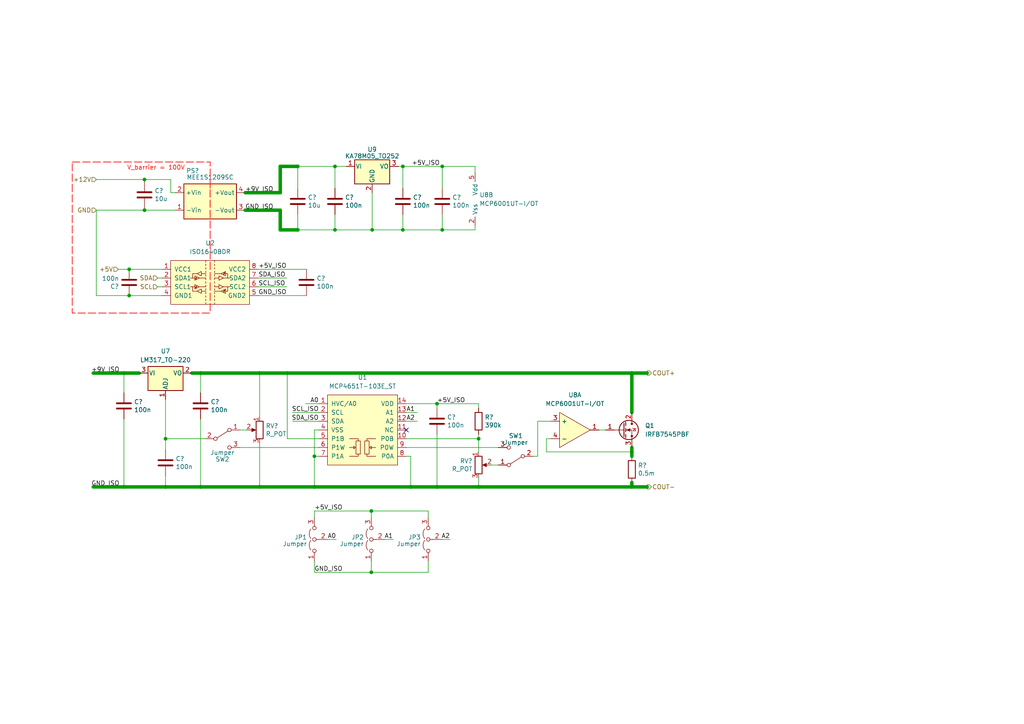
<source format=kicad_sch>
(kicad_sch (version 20230121) (generator eeschema)
  (paper "A4")
  (lib_symbols
    (symbol "Converter_DCDC:MEE1S1209SC"
      (property "Reference" "PS" (at -7.62 6.35 0))
      (property "Value" "MEE1S1209SC" (at 1.27 6.35 0))
      (symbol "MEE1S1209SC_0_0"
        (pin power_in line (at -10.16 -2.54 0) (length 2.54) (name "-Vin") (number "1"))
        (pin power_in line (at -10.16 2.54 0) (length 2.54) (name "+Vin") (number "2"))
        (pin power_out line (at 10.16 -2.54 180) (length 2.54) (name "-Vout") (number "3"))
        (pin power_out line (at 10.16 2.54 180) (length 2.54) (name "+Vout") (number "4"))
      )
      (symbol "MEE1S1209SC_0_1"
        (rectangle (start -7.62 5.08) (end 7.62 -5.08) (stroke (width 0.254)) (fill (type background)))
        (polyline (pts (xy 0 -2.54) (xy 0 -3.81)))
        (polyline (pts (xy 0 0) (xy 0 -1.27)))
        (polyline (pts (xy 0 2.54) (xy 0 1.27)))
        (polyline (pts (xy 0 5.08) (xy 0 3.81)))
      )
    )
    (symbol "Device:C" (pin_numbers hide) (pin_names (offset 0.254))
      (property "Reference" "C" (at 0.635 2.54 0))
      (property "Value" "C" (at 0.635 -2.54 0))
      (symbol "C_0_1"
        (polyline (pts (xy -2.032 -0.762) (xy 2.032 -0.762)) (stroke (width 0.508)))
        (polyline (pts (xy -2.032 0.762) (xy 2.032 0.762)) (stroke (width 0.508)))
      )
      (symbol "C_1_1"
        (pin passive line (at 0 3.81 270) (length 2.794) (name "~") (number "1"))
        (pin passive line (at 0 -3.81 90) (length 2.794) (name "~") (number "2"))
      )
    )
    (symbol "Device:R" (pin_numbers hide) (pin_names (offset 0))
      (property "Reference" "R" (at 2.032 0 90))
      (property "Value" "R" (at 0 0 90))
      (symbol "R_0_1"
        (rectangle (start -1.016 -2.54) (end 1.016 2.54) (stroke (width 0.254)))
      )
      (symbol "R_1_1"
        (pin passive line (at 0 3.81 270) (length 1.27) (name "~") (number "1"))
        (pin passive line (at 0 -3.81 90) (length 1.27) (name "~") (number "2"))
      )
    )
    (symbol "Device:R_POT" (pin_names (offset 1.016) hide)
      (property "Reference" "RV" (at -4.445 0 90))
      (property "Value" "Device_R_POT" (at -2.54 0 90))
      (symbol "R_POT_0_1"
        (polyline (pts (xy 2.54 0) (xy 1.524 0)))
        (polyline (pts (xy 1.143 0) (xy 2.286 0.508) (xy 2.286 -0.508) (xy 1.143 0)) (fill (type outline)))
        (rectangle (start 1.016 2.54) (end -1.016 -2.54) (stroke (width 0.254)))
      )
      (symbol "R_POT_1_1"
        (pin passive line (at 0 3.81 270) (length 1.27) (name "1") (number "1"))
        (pin passive line (at 3.81 0 180) (length 1.27) (name "2") (number "2"))
        (pin passive line (at 0 -3.81 90) (length 1.27) (name "3") (number "3"))
      )
    )
    (symbol "ISO1640BDR_1" (pin_names (offset 1.016))
      (property "Reference" "U" (at 0 10.16 0))
      (property "Value" "ISO1640BDR" (at 0 7.62 0))
      (symbol "ISO1640BDR_1_0_1"
        (rectangle (start -11.43 6.35) (end 11.43 -6.35) (fill (type background)))
        (polyline (pts (xy -5.715 1.27) (xy -4.445 1.27)))
        (polyline (pts (xy -4.191 1.143) (xy -4.064 1.016)))
        (polyline (pts (xy -4.064 1.397) (xy -3.81 1.397)))
        (polyline (pts (xy -3.175 -1.27) (xy -1.27 -1.27)))
        (polyline (pts (xy -3.175 1.27) (xy -1.27 1.27)))
        (polyline (pts (xy -1.27 5.334) (xy -1.27 4.826)))
        (polyline (pts (xy -1.27 6.35) (xy -1.27 5.842)))
        (polyline (pts (xy 3.175 -2.54) (xy 1.27 -2.54)))
        (polyline (pts (xy 3.175 2.54) (xy 1.27 2.54)))
        (polyline (pts (xy -5.08 -1.27) (xy -5.08 -2.54) (xy -3.81 -2.54)))
        (polyline (pts (xy -5.08 1.27) (xy -5.08 2.54) (xy -3.81 2.54)))
        (polyline (pts (xy -4.191 1.143) (xy -4.064 1.397) (xy -4.191 1.143)))
        (polyline (pts (xy -4.064 1.016) (xy -4.318 1.016) (xy -4.191 1.016)))
        (polyline (pts (xy -4.064 1.016) (xy -3.937 1.27) (xy -4.064 1.397)))
        (polyline (pts (xy 4.445 2.54) (xy 5.08 2.54) (xy 5.08 1.27)))
        (polyline (pts (xy 4.445 -2.54) (xy 5.08 -2.54) (xy 5.08 -1.27) (xy 5.08 -2.54)))
        (polyline (pts (xy -4.445 1.905) (xy -4.445 0.635) (xy -3.175 1.27) (xy -4.445 1.905) (xy -3.175 1.27)))
      )
      (symbol "ISO1640BDR_1_1_1"
        (polyline (pts (xy -5.715 -1.27) (xy -4.445 -1.27)))
        (polyline (pts (xy -4.191 -1.397) (xy -4.064 -1.524)))
        (polyline (pts (xy -4.064 -1.143) (xy -3.81 -1.143)))
        (polyline (pts (xy -1.27 -5.842) (xy -1.27 -6.35)))
        (polyline (pts (xy -1.27 -4.826) (xy -1.27 -5.334)))
        (polyline (pts (xy -1.27 -3.81) (xy -1.27 -4.318)))
        (polyline (pts (xy -1.27 -2.794) (xy -1.27 -3.302)))
        (polyline (pts (xy -1.27 -2.54) (xy -2.54 -2.54)))
        (polyline (pts (xy -1.27 -1.778) (xy -1.27 -2.286)))
        (polyline (pts (xy -1.27 -0.762) (xy -1.27 -1.27)))
        (polyline (pts (xy -1.27 0.254) (xy -1.27 -0.254)))
        (polyline (pts (xy -1.27 1.27) (xy -1.27 0.762)))
        (polyline (pts (xy -1.27 2.286) (xy -1.27 1.778)))
        (polyline (pts (xy -1.27 2.54) (xy -2.54 2.54)))
        (polyline (pts (xy -1.27 3.302) (xy -1.27 2.794)))
        (polyline (pts (xy -1.27 4.318) (xy -1.27 3.81)))
        (polyline (pts (xy 1.27 -5.842) (xy 1.27 -6.35)))
        (polyline (pts (xy 1.27 -4.826) (xy 1.27 -5.334)))
        (polyline (pts (xy 1.27 -3.81) (xy 1.27 -4.318)))
        (polyline (pts (xy 1.27 -2.794) (xy 1.27 -3.302)))
        (polyline (pts (xy 1.27 -1.778) (xy 1.27 -2.286)))
        (polyline (pts (xy 1.27 -1.27) (xy 2.54 -1.27)))
        (polyline (pts (xy 1.27 -0.762) (xy 1.27 -1.27)))
        (polyline (pts (xy 1.27 0.254) (xy 1.27 -0.254)))
        (polyline (pts (xy 1.27 1.27) (xy 1.27 0.762)))
        (polyline (pts (xy 1.27 1.27) (xy 2.54 1.27)))
        (polyline (pts (xy 1.27 2.286) (xy 1.27 1.778)))
        (polyline (pts (xy 1.27 3.302) (xy 1.27 2.794)))
        (polyline (pts (xy 1.27 4.318) (xy 1.27 3.81)))
        (polyline (pts (xy 1.27 5.334) (xy 1.27 4.826)))
        (polyline (pts (xy 1.27 6.35) (xy 1.27 5.842)))
        (polyline (pts (xy 3.81 -1.27) (xy 5.715 -1.27)))
        (polyline (pts (xy 3.81 1.27) (xy 5.715 1.27)))
        (polyline (pts (xy 4.064 -2.667) (xy 3.81 -2.667)))
        (polyline (pts (xy 4.064 2.413) (xy 3.81 2.413)))
        (polyline (pts (xy 4.191 -2.413) (xy 4.064 -2.286)))
        (polyline (pts (xy 4.191 2.667) (xy 4.064 2.794)))
        (polyline (pts (xy -4.191 -1.397) (xy -4.064 -1.143) (xy -4.191 -1.397)))
        (polyline (pts (xy -4.064 -1.524) (xy -4.318 -1.524) (xy -4.191 -1.524)))
        (polyline (pts (xy -4.064 -1.524) (xy -3.937 -1.27) (xy -4.064 -1.143)))
        (polyline (pts (xy 4.064 -2.286) (xy 3.937 -2.54) (xy 4.064 -2.667)))
        (polyline (pts (xy 4.064 -2.286) (xy 4.318 -2.286) (xy 4.191 -2.286)))
        (polyline (pts (xy 4.064 2.794) (xy 3.937 2.54) (xy 4.064 2.413)))
        (polyline (pts (xy 4.064 2.794) (xy 4.318 2.794) (xy 4.191 2.794)))
        (polyline (pts (xy 4.191 -2.413) (xy 4.064 -2.667) (xy 4.191 -2.413)))
        (polyline (pts (xy 4.191 2.667) (xy 4.064 2.413) (xy 4.191 2.667)))
        (polyline (pts (xy -4.445 -0.635) (xy -4.445 -1.905) (xy -3.175 -1.27) (xy -4.445 -0.635) (xy -3.175 -1.27)))
        (polyline (pts (xy -2.54 -3.175) (xy -2.54 -1.905) (xy -3.81 -2.54) (xy -2.54 -3.175) (xy -3.81 -2.54)))
        (polyline (pts (xy -2.54 1.905) (xy -2.54 3.175) (xy -3.81 2.54) (xy -2.54 1.905) (xy -3.81 2.54)))
        (polyline (pts (xy 2.54 -0.635) (xy 2.54 -1.905) (xy 3.81 -1.27) (xy 2.54 -0.635) (xy 3.81 -1.27)))
        (polyline (pts (xy 2.54 1.905) (xy 2.54 0.635) (xy 3.81 1.27) (xy 2.54 1.905) (xy 3.81 1.27)))
        (polyline (pts (xy 4.445 -3.175) (xy 4.445 -1.905) (xy 3.175 -2.54) (xy 4.445 -3.175) (xy 3.175 -2.54)))
        (polyline (pts (xy 4.445 1.905) (xy 4.445 3.175) (xy 3.175 2.54) (xy 4.445 1.905) (xy 3.175 2.54)))
        (pin power_in line (at -13.97 3.81 0) (length 2.54) (name "VCC1") (number "1"))
        (pin bidirectional line (at -13.97 1.27 0) (length 2.54) (name "SDA1") (number "2"))
        (pin bidirectional line (at -13.97 -1.27 0) (length 2.54) (name "SCL1") (number "3"))
        (pin power_out line (at -13.97 -3.81 0) (length 2.54) (name "GND1") (number "4"))
        (pin power_out line (at 13.97 -3.81 180) (length 2.54) (name "GND2") (number "5"))
        (pin bidirectional line (at 13.97 -1.27 180) (length 2.54) (name "SCL2") (number "6"))
        (pin bidirectional line (at 13.97 1.27 180) (length 2.54) (name "SDA2") (number "7"))
        (pin power_in line (at 13.97 3.81 180) (length 2.54) (name "VCC2") (number "8"))
      )
    )
    (symbol "Jumper:Jumper_3_Open" (pin_names (offset 0) hide)
      (property "Reference" "JP" (at -2.54 -2.54 0))
      (property "Value" "Jumper_3_Open" (at 0 2.794 0))
      (symbol "Jumper_3_Open_0_0"
        (circle (center -3.302 0) (radius 0.508))
        (circle (center 0 0) (radius 0.508))
        (circle (center 3.302 0) (radius 0.508))
      )
      (symbol "Jumper_3_Open_0_1"
        (arc (start -0.254 1.016) (mid -1.651 1.4992) (end -3.048 1.016))
        (polyline (pts (xy 0 -0.508) (xy 0 -1.27)))
        (arc (start 3.048 1.016) (mid 1.651 1.4992) (end 0.254 1.016))
      )
      (symbol "Jumper_3_Open_1_1"
        (pin passive line (at -6.35 0 0) (length 2.54) (name "A") (number "1"))
        (pin passive line (at 0 -3.81 90) (length 2.54) (name "C") (number "2"))
        (pin passive line (at 6.35 0 180) (length 2.54) (name "B") (number "3"))
      )
    )
    (symbol "MCP6001UT-I/OT_1"
      (property "Reference" "U" (at 0 10.16 0))
      (property "Value" "MCP6001UT-I/OT" (at 0 7.62 0))
      (symbol "MCP6001UT-I/OT_1_1_1"
        (polyline (pts (xy -3.81 -5.08) (xy -3.81 5.08) (xy 5.08 0) (xy -3.81 -5.08)) (fill (type background)))
        (pin input line (at 7.62 0 180) (length 2.54) (name "") (number "1"))
        (pin input line (at -6.35 2.54 0) (length 2.54) (name "+") (number "3"))
        (pin input line (at -6.35 -2.54 0) (length 2.54) (name "-") (number "4"))
      )
      (symbol "MCP6001UT-I/OT_1_2_1"
        (pin power_out line (at 0 -7.62 90) (length 2.54) (name "Vss") (number "2"))
        (pin power_in line (at 0 7.62 270) (length 2.54) (name "Vdd") (number "5"))
      )
    )
    (symbol "PR7 Custom:IRFB7545PBF"
      (property "Reference" "Q" (at 3.81 0 0))
      (property "Value" "IRFB7545PBF" (at 0 0 0))
      (symbol "IRFB7545PBF_0_1"
        (circle (center -0.889 0) (radius 2.794) (stroke (width 0.254)))
        (circle (center 0 -1.778) (radius 0.254) (fill (type outline)))
        (polyline (pts (xy -2.286 0) (xy -5.08 0)))
        (polyline (pts (xy -2.286 1.905) (xy -2.286 -1.905)) (stroke (width 0.254)))
        (polyline (pts (xy -1.778 -1.27) (xy -1.778 -2.286)) (stroke (width 0.254)))
        (polyline (pts (xy -1.778 0.508) (xy -1.778 -0.508)) (stroke (width 0.254)))
        (polyline (pts (xy -1.778 2.286) (xy -1.778 1.27)) (stroke (width 0.254)))
        (polyline (pts (xy 0 2.54) (xy 0 1.778)))
        (polyline (pts (xy 0 -2.54) (xy 0 0) (xy -1.778 0)))
        (circle (center 0 1.778) (radius 0.254) (fill (type outline)))
      )
      (symbol "IRFB7545PBF_1_1"
        (polyline (pts (xy -1.524 0) (xy -0.508 0.381) (xy -0.508 -0.381) (xy -1.524 0)) (fill (type outline)))
        (polyline (pts (xy 0.254 0.508) (xy 0.381 0.381) (xy 1.143 0.381) (xy 1.27 0.254)))
        (polyline (pts (xy 0.762 0.381) (xy 0.381 -0.254) (xy 1.143 -0.254) (xy 0.762 0.381)))
        (pin input line (at -7.62 0 0) (length 2.54) (name "") (number "1"))
        (pin passive line (at 0 5.08 270) (length 2.54) (name "") (number "2"))
        (pin passive line (at 0 -5.08 90) (length 2.54) (name "") (number "3"))
        (pin passive line (at 0 5.08 270) (length 2.54) hide (name "D") (number "7"))
      )
    )
    (symbol "PR7 Custom:MCP4651T-103E_ST" (pin_names (offset 1.016))
      (property "Reference" "U" (at 0 13.97 0))
      (property "Value" "MCP4651T-103E_ST" (at 0 11.43 0))
      (symbol "MCP4651T-103E_ST_0_1"
        (rectangle (start -10.16 10.16) (end 10.16 -10.16) (fill (type background)))
        (rectangle (start -1.905 -3.175) (end -0.635 -6.985))
        (polyline (pts (xy -3.81 -7.62) (xy -1.27 -7.62)))
        (polyline (pts (xy -3.81 -5.08) (xy -2.54 -5.08)))
        (polyline (pts (xy -3.81 -2.54) (xy -1.27 -2.54)))
        (polyline (pts (xy -1.27 -7.62) (xy -1.27 -6.985)))
        (polyline (pts (xy -1.27 -2.54) (xy -1.27 -3.175)))
        (polyline (pts (xy -2.54 -4.699) (xy -2.54 -5.461) (xy -2.032 -5.08) (xy -2.54 -4.699)))
      )
      (symbol "MCP4651T-103E_ST_1_1"
        (polyline (pts (xy 1.27 -7.62) (xy 1.27 -6.985)))
        (polyline (pts (xy 1.27 -2.54) (xy 1.27 -3.175)))
        (polyline (pts (xy 3.81 -7.62) (xy 1.27 -7.62)))
        (polyline (pts (xy 3.81 -5.08) (xy 2.54 -5.08)))
        (polyline (pts (xy 3.81 -2.54) (xy 1.27 -2.54)))
        (polyline (pts (xy 2.54 -5.461) (xy 2.54 -4.699) (xy 2.032 -5.08) (xy 2.54 -5.461)))
        (rectangle (start 1.905 -6.985) (end 0.635 -3.175))
        (pin bidirectional line (at -12.7 7.62 0) (length 2.54) (name "HVC/A0") (number "1"))
        (pin bidirectional line (at 12.7 -2.54 180) (length 2.54) (name "P0B") (number "10"))
        (pin no_connect line (at 12.7 0 180) (length 2.54) (name "NC") (number "11"))
        (pin bidirectional line (at 12.7 2.54 180) (length 2.54) (name "A2") (number "12"))
        (pin bidirectional line (at 12.7 5.08 180) (length 2.54) (name "A1") (number "13"))
        (pin power_out line (at 12.7 7.62 180) (length 2.54) (name "VDD") (number "14"))
        (pin bidirectional line (at -12.7 5.08 0) (length 2.54) (name "SCL") (number "2"))
        (pin bidirectional line (at -12.7 2.54 0) (length 2.54) (name "SDA") (number "3"))
        (pin power_in line (at -12.7 0 0) (length 2.54) (name "VSS") (number "4"))
        (pin bidirectional line (at -12.7 -2.54 0) (length 2.54) (name "P1B") (number "5"))
        (pin bidirectional line (at -12.7 -5.08 0) (length 2.54) (name "P1W") (number "6"))
        (pin bidirectional line (at -12.7 -7.62 0) (length 2.54) (name "P1A") (number "7"))
        (pin bidirectional line (at 12.7 -7.62 180) (length 2.54) (name "P0A") (number "8"))
        (pin bidirectional line (at 12.7 -5.08 180) (length 2.54) (name "P0W") (number "9"))
      )
    )
    (symbol "Regulator_Linear:KA78M05_TO252" (pin_names (offset 0.254))
      (property "Reference" "U" (at -3.81 3.175 0))
      (property "Value" "KA78M05_TO252" (at 0 3.175 0))
      (symbol "KA78M05_TO252_0_1"
        (rectangle (start -5.08 1.905) (end 5.08 -5.08) (stroke (width 0.254)) (fill (type background)))
      )
      (symbol "KA78M05_TO252_1_1"
        (pin power_in line (at -7.62 0 0) (length 2.54) (name "VI") (number "1"))
        (pin power_in line (at 0 -7.62 90) (length 2.54) (name "GND") (number "2"))
        (pin power_out line (at 7.62 0 180) (length 2.54) (name "VO") (number "3"))
      )
    )
    (symbol "Regulator_Linear:LM317_TO-220" (pin_names (offset 0.254))
      (property "Reference" "U" (at -3.81 3.175 0))
      (property "Value" "LM317_TO-220" (at 0 3.175 0))
      (symbol "LM317_TO-220_0_1"
        (rectangle (start -5.08 1.905) (end 5.08 -5.08) (stroke (width 0.254)) (fill (type background)))
      )
      (symbol "LM317_TO-220_1_1"
        (pin input line (at 0 -7.62 90) (length 2.54) (name "ADJ") (number "1"))
        (pin power_out line (at 7.62 0 180) (length 2.54) (name "VO") (number "2"))
        (pin power_in line (at -7.62 0 0) (length 2.54) (name "VI") (number "3"))
      )
    )
    (symbol "Switch:SW_SPDT" (pin_names (offset 0) hide)
      (property "Reference" "SW" (at 0 4.318 0))
      (property "Value" "SW_SPDT" (at 0 -5.08 0))
      (symbol "SW_SPDT_0_0"
        (circle (center -2.032 0) (radius 0.508))
        (circle (center 2.032 -2.54) (radius 0.508))
      )
      (symbol "SW_SPDT_0_1"
        (polyline (pts (xy -1.524 0.254) (xy 1.651 2.286)))
        (circle (center 2.032 2.54) (radius 0.508))
      )
      (symbol "SW_SPDT_1_1"
        (pin passive line (at 5.08 2.54 180) (length 2.54) (name "A") (number "1"))
        (pin passive line (at -5.08 0 0) (length 2.54) (name "B") (number "2"))
        (pin passive line (at 5.08 -2.54 180) (length 2.54) (name "C") (number "3"))
      )
    )
  )
  (junction (at 97.155 48.26))
  (junction (at 48.006 127.254))
  (junction (at 58.166 141.224))
  (junction (at 126.746 117.094))
  (junction (at 35.941 141.224))
  (junction (at 48.006 141.224))
  (junction (at 58.166 108.204))
  (junction (at 107.696 148.209))
  (junction (at 138.811 141.224))
  (junction (at 75.311 141.224))
  (junction (at 75.311 108.204))
  (junction (at 91.186 141.224))
  (junction (at 41.91 60.96))
  (junction (at 37.465 85.725))
  (junction (at 116.84 48.26))
  (junction (at 128.27 48.26))
  (junction (at 107.95 66.675))
  (junction (at 116.84 66.675))
  (junction (at 183.261 141.224))
  (junction (at 41.91 52.07))
  (junction (at 138.811 127.254))
  (junction (at 35.941 108.204))
  (junction (at 183.261 131.064))
  (junction (at 183.261 108.204))
  (junction (at 119.126 141.224))
  (junction (at 37.465 78.105))
  (junction (at 91.186 132.334))
  (junction (at 83.312 108.204))
  (junction (at 86.36 66.675))
  (junction (at 86.36 48.26))
  (junction (at 126.746 141.224))
  (junction (at 107.696 165.989))
  (junction (at 128.27 66.675))
  (junction (at 97.155 66.675))
  (no_connect (at 117.856 124.714))
  (wire (pts (xy 59.436 127.254) (xy 48.006 127.254)))
  (wire (pts (xy 138.811 125.984) (xy 138.811 127.254)))
  (wire (pts (xy 111.506 156.464) (xy 114.046 156.464)))
  (wire (pts (xy 55.626 108.204) (xy 58.166 108.204)) (stroke (width 1)))
  (wire (pts (xy 84.836 119.634) (xy 92.456 119.634)))
  (wire (pts (xy 91.186 165.989) (xy 107.696 165.989)))
  (wire (pts (xy 41.91 60.325) (xy 41.91 60.96)))
  (wire (pts (xy 107.696 148.209) (xy 124.206 148.209)))
  (wire (pts (xy 107.696 148.209) (xy 107.696 150.114)))
  (wire (pts (xy 124.206 148.209) (xy 124.206 150.114)))
  (wire (pts (xy 91.186 141.224) (xy 119.126 141.224)) (stroke (width 1)))
  (wire (pts (xy 74.93 80.645) (xy 83.185 80.645)))
  (wire (pts (xy 137.795 48.26) (xy 137.795 50.165)))
  (wire (pts (xy 128.27 66.675) (xy 137.795 66.675)))
  (wire (pts (xy 97.155 66.675) (xy 107.95 66.675)))
  (wire (pts (xy 119.126 141.224) (xy 126.746 141.224)) (stroke (width 1)))
  (wire (pts (xy 124.206 165.989) (xy 124.206 162.814)))
  (wire (pts (xy 183.261 141.224) (xy 187.706 141.224)) (stroke (width 1)))
  (wire (pts (xy 183.261 119.634) (xy 183.261 108.204)) (stroke (width 1)))
  (wire (pts (xy 183.261 129.794) (xy 183.261 131.064)) (stroke (width 1)))
  (wire (pts (xy 128.016 156.464) (xy 130.556 156.464)))
  (wire (pts (xy 35.941 108.204) (xy 40.386 108.204)) (stroke (width 1)))
  (wire (pts (xy 142.621 134.874) (xy 144.526 134.874)))
  (wire (pts (xy 75.311 108.204) (xy 83.312 108.204)) (stroke (width 1)))
  (wire (pts (xy 75.311 128.524) (xy 75.311 141.224)))
  (wire (pts (xy 81.28 66.675) (xy 86.36 66.675)) (stroke (width 1)))
  (wire (pts (xy 107.696 162.814) (xy 107.696 165.989)))
  (wire (pts (xy 91.186 132.334) (xy 91.186 141.224)))
  (wire (pts (xy 35.941 141.224) (xy 48.006 141.224)) (stroke (width 1)))
  (wire (pts (xy 159.766 127.254) (xy 158.496 127.254)))
  (wire (pts (xy 27.94 52.07) (xy 41.91 52.07)))
  (wire (pts (xy 116.84 66.675) (xy 107.95 66.675)))
  (wire (pts (xy 41.91 52.07) (xy 49.53 52.07)))
  (wire (pts (xy 116.84 62.23) (xy 116.84 66.675)))
  (wire (pts (xy 81.28 48.26) (xy 81.28 55.88)) (stroke (width 1)))
  (wire (pts (xy 183.261 131.064) (xy 183.261 132.334)) (stroke (width 1)))
  (wire (pts (xy 88.646 117.094) (xy 92.456 117.094)))
  (wire (pts (xy 48.006 127.254) (xy 48.006 130.429)))
  (wire (pts (xy 48.006 115.824) (xy 48.006 127.254)))
  (wire (pts (xy 97.155 48.26) (xy 100.33 48.26)))
  (wire (pts (xy 74.93 78.105) (xy 88.9 78.105)))
  (wire (pts (xy 117.856 117.094) (xy 126.746 117.094)))
  (wire (pts (xy 74.93 85.725) (xy 88.9 85.725)))
  (wire (pts (xy 58.166 141.224) (xy 75.311 141.224)) (stroke (width 1)))
  (wire (pts (xy 107.696 165.989) (xy 124.206 165.989)))
  (wire (pts (xy 86.36 62.23) (xy 86.36 66.675)))
  (wire (pts (xy 126.746 117.094) (xy 126.746 118.364)))
  (wire (pts (xy 45.72 83.185) (xy 46.99 83.185)))
  (wire (pts (xy 83.312 127.254) (xy 83.312 108.204)))
  (wire (pts (xy 117.856 119.634) (xy 121.031 119.634)))
  (wire (pts (xy 41.91 52.705) (xy 41.91 52.07)))
  (wire (pts (xy 92.456 124.714) (xy 91.186 124.714)))
  (wire (pts (xy 49.53 55.88) (xy 50.8 55.88)))
  (wire (pts (xy 97.155 62.23) (xy 97.155 66.675)))
  (wire (pts (xy 138.811 141.224) (xy 183.261 141.224)) (stroke (width 1)))
  (wire (pts (xy 137.795 65.405) (xy 137.795 66.675)))
  (wire (pts (xy 41.91 60.96) (xy 50.8 60.96)))
  (wire (pts (xy 35.941 108.204) (xy 35.941 113.919)))
  (wire (pts (xy 107.95 55.88) (xy 107.95 66.675)))
  (wire (pts (xy 92.456 127.254) (xy 83.312 127.254)))
  (wire (pts (xy 58.166 121.539) (xy 58.166 141.224)))
  (wire (pts (xy 117.856 129.794) (xy 144.526 129.794)))
  (wire (pts (xy 119.126 132.334) (xy 117.856 132.334)))
  (wire (pts (xy 128.27 62.23) (xy 128.27 66.675)))
  (wire (pts (xy 126.746 141.224) (xy 138.811 141.224)) (stroke (width 1)))
  (wire (pts (xy 37.465 78.105) (xy 46.99 78.105)))
  (wire (pts (xy 116.84 48.26) (xy 116.84 54.61)))
  (wire (pts (xy 84.836 122.174) (xy 92.456 122.174)))
  (wire (pts (xy 116.84 48.26) (xy 128.27 48.26)))
  (wire (pts (xy 45.72 80.645) (xy 46.99 80.645)))
  (wire (pts (xy 49.53 52.07) (xy 49.53 55.88)))
  (wire (pts (xy 74.93 83.185) (xy 83.185 83.185)))
  (wire (pts (xy 37.465 85.725) (xy 27.94 85.725)))
  (wire (pts (xy 115.57 48.26) (xy 116.84 48.26)))
  (wire (pts (xy 75.311 108.204) (xy 75.311 120.904)))
  (wire (pts (xy 128.27 48.26) (xy 137.795 48.26)))
  (wire (pts (xy 27.051 108.204) (xy 35.941 108.204)) (stroke (width 1)))
  (wire (pts (xy 117.856 122.174) (xy 121.031 122.174)))
  (wire (pts (xy 173.736 124.714) (xy 175.641 124.714)))
  (wire (pts (xy 155.956 132.334) (xy 155.956 122.174)))
  (wire (pts (xy 183.261 139.954) (xy 183.261 141.224)) (stroke (width 1)))
  (wire (pts (xy 97.155 48.26) (xy 97.155 54.61)))
  (wire (pts (xy 117.856 127.254) (xy 138.811 127.254)))
  (wire (pts (xy 154.686 132.334) (xy 155.956 132.334)))
  (wire (pts (xy 155.956 122.174) (xy 159.766 122.174)))
  (wire (pts (xy 86.36 48.26) (xy 86.36 54.61)))
  (wire (pts (xy 158.496 127.254) (xy 158.496 131.064)))
  (wire (pts (xy 126.746 125.984) (xy 126.746 141.224)))
  (wire (pts (xy 91.186 132.334) (xy 92.456 132.334)))
  (wire (pts (xy 35.941 121.539) (xy 35.941 141.224)))
  (wire (pts (xy 58.166 108.204) (xy 75.311 108.204)) (stroke (width 1)))
  (wire (pts (xy 81.28 55.88) (xy 71.12 55.88)) (stroke (width 1)))
  (wire (pts (xy 27.94 60.96) (xy 41.91 60.96)))
  (wire (pts (xy 86.36 48.26) (xy 97.155 48.26)))
  (wire (pts (xy 27.051 141.224) (xy 35.941 141.224)) (stroke (width 1)))
  (wire (pts (xy 183.261 108.204) (xy 187.706 108.204)) (stroke (width 1)))
  (wire (pts (xy 91.186 148.209) (xy 107.696 148.209)))
  (wire (pts (xy 83.312 108.204) (xy 183.261 108.204)) (stroke (width 1)))
  (wire (pts (xy 81.28 60.96) (xy 81.28 66.675)) (stroke (width 1)))
  (wire (pts (xy 58.166 108.204) (xy 58.166 113.919)))
  (wire (pts (xy 69.596 129.794) (xy 92.456 129.794)))
  (wire (pts (xy 138.811 117.094) (xy 138.811 118.364)))
  (wire (pts (xy 119.126 132.334) (xy 119.126 141.224)))
  (wire (pts (xy 37.465 85.725) (xy 46.99 85.725)))
  (wire (pts (xy 94.996 156.464) (xy 97.536 156.464)))
  (wire (pts (xy 34.29 78.105) (xy 37.465 78.105)))
  (wire (pts (xy 138.811 127.254) (xy 138.811 131.064)))
  (wire (pts (xy 83.312 108.204) (xy 84.836 108.204)))
  (wire (pts (xy 48.006 138.049) (xy 48.006 141.224)))
  (wire (pts (xy 81.28 48.26) (xy 86.36 48.26)) (stroke (width 1)))
  (wire (pts (xy 86.36 66.675) (xy 97.155 66.675)))
  (wire (pts (xy 116.84 66.675) (xy 128.27 66.675)))
  (wire (pts (xy 75.311 141.224) (xy 91.186 141.224)) (stroke (width 1)))
  (wire (pts (xy 126.746 117.094) (xy 138.811 117.094)))
  (wire (pts (xy 69.596 124.714) (xy 71.501 124.714)))
  (wire (pts (xy 91.186 162.814) (xy 91.186 165.989)))
  (wire (pts (xy 71.12 60.96) (xy 81.28 60.96)) (stroke (width 1)))
  (wire (pts (xy 27.94 85.725) (xy 27.94 60.96)))
  (wire (pts (xy 91.186 124.714) (xy 91.186 132.334)))
  (wire (pts (xy 138.811 138.684) (xy 138.811 141.224)))
  (wire (pts (xy 91.186 148.209) (xy 91.186 150.114)))
  (wire (pts (xy 128.27 48.26) (xy 128.27 54.61)))
  (wire (pts (xy 158.496 131.064) (xy 183.261 131.064)))
  (wire (pts (xy 48.006 141.224) (xy 58.166 141.224)) (stroke (width 1)))
  (rectangle (start 20.955 46.99) (end 60.96 90.805) (stroke (width 0.2) (type dash) (color 255 0 0 1)))
  (text "V_barrier = 100V" (at 36.83 49.53 0) (effects (font (size 1.27 1.27)) (justify left bottom)))
  (label "+5V_ISO" (at 119.38 48.26 0))
  (label "A0" (at 94.996 156.464 0))
  (label "+5V_ISO" (at 91.186 148.209 0))
  (label "GND_ISO" (at 74.93 85.725 0))
  (label "GND_ISO" (at 91.186 165.989 0))
  (label "A0" (at 92.456 117.094 180))
  (label "A1" (at 111.506 156.464 0))
  (label "A2" (at 128.016 156.464 0))
  (label "A2" (at 117.856 122.174 0))
  (label "A1" (at 117.856 119.634 0))
  (label "GND_ISO" (at 71.12 60.96 0))
  (label "SDA_ISO" (at 74.93 80.645 0))
  (label "+9V_ISO" (at 71.12 55.88 0))
  (label "SCL_ISO" (at 74.93 83.185 0))
  (label "+5V_ISO" (at 126.746 117.094 0))
  (label "GND_ISO" (at 34.671 141.224 180))
  (label "SDA_ISO" (at 92.456 122.174 180))
  (label "+9V_ISO" (at 34.671 108.204 180))
  (label "+5V_ISO" (at 74.93 78.105 0))
  (label "SCL_ISO" (at 92.456 119.634 180))
  (hierarchical_label "+12V" (shape input) (at 27.94 52.07 180))
  (hierarchical_label "COUT+" (shape output) (at 187.706 108.204 0))
  (hierarchical_label "COUT-" (shape output) (at 187.706 141.224 0))
  (hierarchical_label "SDA" (shape input) (at 45.72 80.645 180))
  (hierarchical_label "GND" (shape input) (at 27.94 60.96 180))
  (hierarchical_label "+5V" (shape input) (at 34.29 78.105 180))
  (hierarchical_label "SCL" (shape input) (at 45.72 83.185 180))
  (symbol (lib_id "Device:C") (at 37.465 81.915 180) (unit 1)
    (property "Reference" "C?" (at 34.544 83.0834 0) (effects (justify left)))
    (property "Value" "100n" (at 34.544 80.772 0) (effects (justify left)))
    (property "Footprint" "Capacitor_SMD:C_0805_2012Metric" (effects hide))
    (instances (project "Battery_Emulator" (path "" (reference "C?") (unit 1)) (path "" (reference "C18") (unit 1))))
  )
  (symbol (lib_id "Device:C") (at 88.9 81.915 0) (unit 1)
    (property "Reference" "C?" (at 91.821 80.7466 0) (effects (justify left)))
    (property "Value" "100n" (at 91.821 83.058 0) (effects (justify left)))
    (property "Footprint" "Capacitor_SMD:C_0805_2012Metric" (effects hide))
    (instances (project "Battery_Emulator" (path "" (reference "C?") (unit 1)) (path "" (reference "C15") (unit 1))))
  )
  (symbol (lib_id "Device:C") (at 86.36 58.42 0) (unit 1)
    (property "Reference" "C?" (at 89.281 57.2516 0) (effects (justify left)))
    (property "Value" "10u" (at 89.281 59.563 0) (effects (justify left)))
    (property "Footprint" "Capacitor_SMD:C_0805_2012Metric" (effects hide))
    (property "Datasheet" "https://nl.mouser.com/ProductDetail/Samsung-Electro-Mechanics/CL21B106KOQNFNE?qs=sGAEpiMZZMvsSlwiRhF8qtsGU%2FCnaNeQ0%2F%252Bxo5Hzglmfy9VJLF06Qw%3D%3D" (effects hide))
    (instances (project "Battery_Emulator" (path "" (reference "C?") (unit 1)) (path "" (reference "C16") (unit 1))))
  )
  (symbol (lib_id "Device:C") (at 35.941 117.729 0) (unit 1)
    (property "Reference" "C?" (at 38.862 116.5606 0) (effects (justify left)))
    (property "Value" "100n" (at 38.862 118.872 0) (effects (justify left)))
    (property "Footprint" "Capacitor_SMD:C_0805_2012Metric" (effects hide))
    (instances (project "Battery_Emulator" (path "" (reference "C?") (unit 1)) (path "" (reference "C6") (unit 1))))
  )
  (symbol (lib_id "Switch:SW_SPDT") (at 149.606 132.334 180) (unit 1)
    (property "Reference" "SW1" (at 149.606 126.4031 0))
    (property "Value" "Jumper" (at 149.606 128.3241 0))
    (property "Footprint" "Jumper:SolderJumper-3_P1.3mm_Open_Pad1.0x1.5mm" (effects hide))
  )
  (symbol (lib_id "Device:R_POT") (at 138.811 134.874 0) (unit 1)
    (property "Reference" "RV?" (at 137.0584 133.7056 0) (effects (justify right)))
    (property "Value" "R_POT" (at 137.0584 136.017 0) (effects (justify right)))
    (property "Footprint" "Connector_PinHeader_2.54mm:PinHeader_1x03_P2.54mm_Vertical" (effects hide))
    (property "Datasheet" "https://nl.mouser.com/ProductDetail/Bourns/PTA3043-2010CIB102?qs=h2IHEVivlqABjHDuBA6rbg%3D%3D" (effects hide))
    (instances (project "Battery_Emulator" (path "" (reference "RV?") (unit 1)) (path "" (reference "RV4") (unit 1))))
  )
  (symbol (lib_id "Regulator_Linear:LM317_TO-220") (at 48.006 108.204 0) (unit 1)
    (property "Reference" "U7" (at 48.006 101.854 0))
    (property "Value" "LM317_TO-220" (at 48.006 104.394 0))
    (property "Footprint" "Package_TO_SOT_THT:TO-220-3_Horizontal_TabUp" (effects hide))
    (property "Datasheet" "http://www.ti.com/lit/ds/symlink/lm317.pdf" (effects hide))
  )
  (symbol (lib_name "MCP6001UT-I/OT_1") (lib_id "PR7 Custom:MCP6001UT-I/OT") (at 166.116 124.714 0) (unit 1)
    (property "Reference" "U8" (at 166.751 114.554 0))
    (property "Value" "MCP6001UT-I/OT" (at 166.751 117.094 0))
    (property "Footprint" "Package_TO_SOT_SMD:SOT-23-5" (effects hide))
    (property "Datasheet" "https://nl.mouser.com/ProductDetail/Microchip-Technology/MCP6001UT-I-OT?qs=Sez7gRs8XSU2iw24kVuIOw%3D%3D" (effects hide))
  )
  (symbol (lib_id "Device:R") (at 183.261 136.144 0) (unit 1)
    (property "Reference" "R?" (at 185.039 134.9756 0) (effects (justify left)))
    (property "Value" "0.5m" (at 185.039 137.287 0) (effects (justify left)))
    (property "Footprint" "Resistor_SMD:R_2512_6332Metric" (effects hide))
    (property "Datasheet" "https://nl.mouser.com/ProductDetail/Ohmite/PCS2512FR0050ET?qs=sGAEpiMZZMtlleCFQhR%2FzRH%2FPnzm6Qg0HsYmtkKDwHfIXEJ4ch5rIQ%3D%3D" (effects hide))
    (instances (project "Battery_Emulator" (path "" (reference "R?") (unit 1)) (path "" (reference "R2") (unit 1))))
  )
  (symbol (lib_id "Device:C") (at 48.006 134.239 0) (unit 1)
    (property "Reference" "C?" (at 50.927 133.0706 0) (effects (justify left)))
    (property "Value" "100n" (at 50.927 135.382 0) (effects (justify left)))
    (property "Footprint" "Capacitor_SMD:C_0805_2012Metric" (effects hide))
    (instances (project "Battery_Emulator" (path "" (reference "C?") (unit 1)) (path "" (reference "C3") (unit 1))))
  )
  (symbol (lib_name "ISO1640BDR_1") (lib_id "PR7 Custom:ISO1640BDR") (at 60.96 81.915 0) (unit 1)
    (property "Reference" "U2" (at 60.96 70.485 0))
    (property "Value" "ISO1640BDR" (at 60.96 73.025 0))
    (property "Footprint" "Package_SO:SO-8_3.9x4.9mm_P1.27mm" (effects hide))
    (property "Datasheet" "https://nl.mouser.com/ProductDetail/Texas-Instruments/ISO1640BDR?qs=eP2BKZSCXI7LW%252Bgt82AzLA%3D%3D" (effects hide))
  )
  (symbol (lib_id "Device:C") (at 58.166 117.729 0) (unit 1)
    (property "Reference" "C?" (at 61.087 116.5606 0) (effects (justify left)))
    (property "Value" "100n" (at 61.087 118.872 0) (effects (justify left)))
    (property "Footprint" "Capacitor_SMD:C_0805_2012Metric" (effects hide))
    (instances (project "Battery_Emulator" (path "" (reference "C?") (unit 1)) (path "" (reference "C7") (unit 1))))
  )
  (symbol (lib_id "Regulator_Linear:KA78M05_TO252") (at 107.95 48.26 0) (unit 1)
    (property "Reference" "U9" (at 107.95 43.3451 0))
    (property "Value" "KA78M05_TO252" (at 107.95 45.2661 0))
    (property "Footprint" "Package_TO_SOT_SMD:TO-252-2" (effects hide))
    (property "Datasheet" "https://www.onsemi.com/pub/Collateral/MC78M00-D.PDF" (effects hide))
    (instances (project "Battery_Emulator" (path "" (reference "U9") (unit 1)) (path "" (reference "U5") (unit 1))))
  )
  (symbol (lib_id "PR7 Custom:MCP4651T-103E_ST") (at 105.156 124.714 0) (unit 1)
    (property "Reference" "U1" (at 105.156 109.474 0))
    (property "Value" "MCP4651T-103E_ST" (at 105.156 112.014 0))
    (property "Footprint" "Package_SO:TSSOP-14_4.4x5mm_P0.65mm" (effects hide))
    (property "Datasheet" "https://nl.mouser.com/ProductDetail/Microchip-Technology/MCP4651T-103E-ST?qs=hH%252BOa0VZEiCh2%252BQXXFEo3w%3D%3D" (effects hide))
  )
  (symbol (lib_id "Device:C") (at 41.91 56.515 0) (unit 1)
    (property "Reference" "C?" (at 44.831 55.3466 0) (effects (justify left)))
    (property "Value" "10u" (at 44.831 57.658 0) (effects (justify left)))
    (property "Footprint" "Capacitor_SMD:C_0805_2012Metric" (effects hide))
    (property "Datasheet" "https://nl.mouser.com/ProductDetail/Samsung-Electro-Mechanics/CL21B106KOQNFNE?qs=sGAEpiMZZMvsSlwiRhF8qtsGU%2FCnaNeQ0%2F%252Bxo5Hzglmfy9VJLF06Qw%3D%3D" (effects hide))
    (instances (project "Battery_Emulator" (path "" (reference "C?") (unit 1)) (path "" (reference "C17") (unit 1))))
  )
  (symbol (lib_id "Jumper:Jumper_3_Open") (at 124.206 156.464 90) (unit 1)
    (property "Reference" "JP3" (at 122.0719 155.8203 90) (effects (justify left)))
    (property "Value" "Jumper" (at 122.0719 157.7413 90) (effects (justify left)))
    (property "Footprint" "Jumper:SolderJumper-3_P1.3mm_Open_Pad1.0x1.5mm_NumberLabels" (effects hide))
  )
  (symbol (lib_id "Device:R_POT") (at 75.311 124.714 0) (mirror y) (unit 1)
    (property "Reference" "RV?" (at 77.0636 123.5456 0) (effects (justify right)))
    (property "Value" "R_POT" (at 77.0636 125.857 0) (effects (justify right)))
    (property "Footprint" "Connector_PinHeader_2.54mm:PinHeader_1x03_P2.54mm_Vertical" (effects hide))
    (property "Datasheet" "https://nl.mouser.com/ProductDetail/Bourns/PTA3043-2010CIB102?qs=h2IHEVivlqABjHDuBA6rbg%3D%3D" (effects hide))
    (instances (project "Battery_Emulator" (path "" (reference "RV?") (unit 1)) (path "" (reference "RV3") (unit 1))))
  )
  (symbol (lib_id "Device:C") (at 128.27 58.42 0) (unit 1)
    (property "Reference" "C?" (at 131.191 57.2516 0) (effects (justify left)))
    (property "Value" "100n" (at 131.191 59.563 0) (effects (justify left)))
    (property "Footprint" "Capacitor_SMD:C_0805_2012Metric" (effects hide))
    (instances (project "Battery_Emulator" (path "" (reference "C?") (unit 1)) (path "" (reference "C20") (unit 1))))
  )
  (symbol (lib_id "Converter_DCDC:MEE1S1209SC") (at 60.96 58.42 0) (unit 1)
    (property "Reference" "PS?" (at 55.88 49.53 0))
    (property "Value" "MEE1S1209SC" (at 60.96 51.4096 0))
    (property "Footprint" "Converter_DCDC:Converter_DCDC_Murata_MEE1SxxxxSC_THT" (effects hide))
    (property "Datasheet" "https://power.murata.com/pub/data/power/ncl/kdc_mee1.pdf" (effects hide))
    (instances (project "Battery_Emulator" (path "" (reference "PS?") (unit 1)) (path "" (reference "PS1") (unit 1))))
  )
  (symbol (lib_id "Device:R") (at 138.811 122.174 0) (unit 1)
    (property "Reference" "R?" (at 140.589 121.0056 0) (effects (justify left)))
    (property "Value" "390k" (at 140.589 123.317 0) (effects (justify left)))
    (property "Footprint" "Resistor_SMD:R_0805_2012Metric" (effects hide))
    (instances (project "Battery_Emulator" (path "" (reference "R?") (unit 1)) (path "" (reference "R1") (unit 1))))
  )
  (symbol (lib_id "Device:C") (at 126.746 122.174 0) (unit 1)
    (property "Reference" "C?" (at 129.667 121.0056 0) (effects (justify left)))
    (property "Value" "100n" (at 129.667 123.317 0) (effects (justify left)))
    (property "Footprint" "Capacitor_SMD:C_0805_2012Metric" (effects hide))
    (instances (project "Battery_Emulator" (path "" (reference "C?") (unit 1)) (path "" (reference "C19") (unit 1))))
  )
  (symbol (lib_id "Jumper:Jumper_3_Open") (at 91.186 156.464 90) (unit 1)
    (property "Reference" "JP1" (at 89.0519 155.8203 90) (effects (justify left)))
    (property "Value" "Jumper" (at 89.0519 157.7413 90) (effects (justify left)))
    (property "Footprint" "Jumper:SolderJumper-3_P1.3mm_Open_Pad1.0x1.5mm_NumberLabels" (effects hide))
  )
  (symbol (lib_id "Switch:SW_SPDT") (at 64.516 127.254 0) (unit 1)
    (property "Reference" "SW2" (at 64.516 133.1849 0))
    (property "Value" "Jumper" (at 64.516 131.2639 0))
    (property "Footprint" "Jumper:SolderJumper-3_P1.3mm_Open_Pad1.0x1.5mm" (effects hide))
  )
  (symbol (lib_id "PR7 Custom:IRFB7545PBF") (at 183.261 124.714 0) (unit 1)
    (property "Reference" "Q1" (at 187.071 123.444 0) (effects (justify left)))
    (property "Value" "IRFB7545PBF" (at 187.071 125.984 0) (effects (justify left)))
    (property "Footprint" "Package_TO_SOT_THT:TO-220-3_Horizontal_TabUp" (effects hide))
    (property "Datasheet" "https://nl.mouser.com/ProductDetail/Infineon-Technologies/IRFB7545PBF?qs=a7rcPCEf1Q%252BjvB7f7k7q9g%3D%3D" (effects hide))
  )
  (symbol (lib_id "Device:C") (at 116.84 58.42 0) (unit 1)
    (property "Reference" "C?" (at 119.761 57.2516 0) (effects (justify left)))
    (property "Value" "100n" (at 119.761 59.563 0) (effects (justify left)))
    (property "Footprint" "Capacitor_SMD:C_0805_2012Metric" (effects hide))
    (instances (project "Battery_Emulator" (path "" (reference "C?") (unit 1)) (path "" (reference "C2") (unit 1))))
  )
  (symbol (lib_name "MCP6001UT-I/OT_1") (lib_id "PR7 Custom:MCP6001UT-I/OT") (at 137.795 57.785 0) (unit 2)
    (property "Reference" "U8" (at 139.065 56.515 0) (effects (justify left)))
    (property "Value" "MCP6001UT-I/OT" (at 139.065 59.055 0) (effects (justify left)))
    (property "Footprint" "Package_TO_SOT_SMD:SOT-23-5" (effects hide))
    (property "Datasheet" "https://nl.mouser.com/ProductDetail/Microchip-Technology/MCP6001UT-I-OT?qs=Sez7gRs8XSU2iw24kVuIOw%3D%3D" (effects hide))
  )
  (symbol (lib_id "Device:C") (at 97.155 58.42 0) (unit 1)
    (property "Reference" "C?" (at 100.076 57.2516 0) (effects (justify left)))
    (property "Value" "100n" (at 100.076 59.563 0) (effects (justify left)))
    (property "Footprint" "Capacitor_SMD:C_0805_2012Metric" (effects hide))
    (instances (project "Battery_Emulator" (path "" (reference "C?") (unit 1)) (path "" (reference "C1") (unit 1))))
  )
  (symbol (lib_id "Jumper:Jumper_3_Open") (at 107.696 156.464 90) (unit 1)
    (property "Reference" "JP2" (at 105.5619 155.8203 90) (effects (justify left)))
    (property "Value" "Jumper" (at 105.5619 157.7413 90) (effects (justify left)))
    (property "Footprint" "Jumper:SolderJumper-3_P1.3mm_Open_Pad1.0x1.5mm_NumberLabels" (effects hide))
  )
)
</source>
